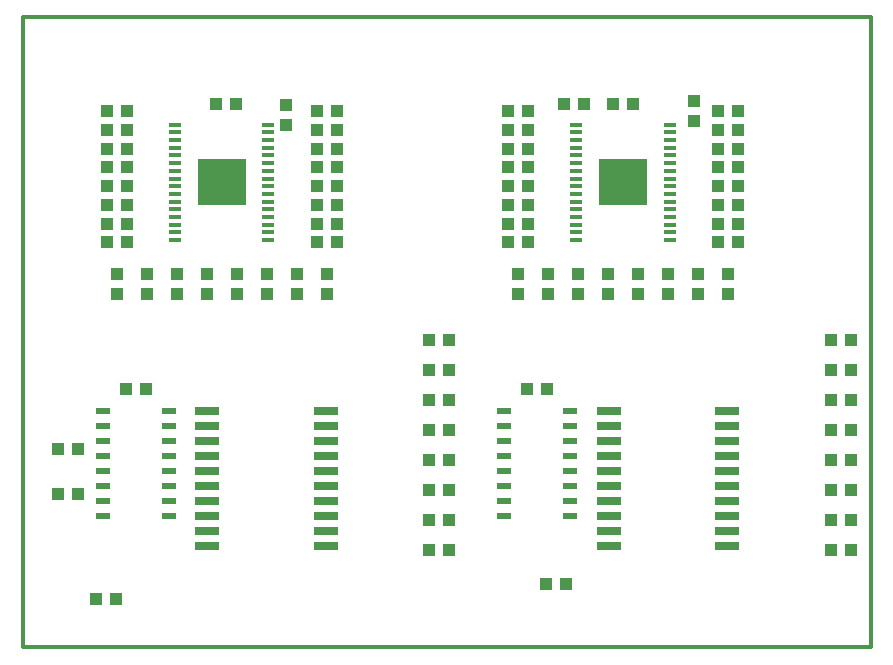
<source format=gtp>
G75*
%MOIN*%
%OFA0B0*%
%FSLAX24Y24*%
%IPPOS*%
%LPD*%
%AMOC8*
5,1,8,0,0,1.08239X$1,22.5*
%
%ADD10C,0.0120*%
%ADD11R,0.1614X0.1535*%
%ADD12R,0.0402X0.0126*%
%ADD13R,0.0390X0.0114*%
%ADD14R,0.0394X0.0433*%
%ADD15R,0.0433X0.0394*%
%ADD16R,0.0472X0.0236*%
%ADD17R,0.0800X0.0260*%
D10*
X006252Y000160D02*
X006252Y021160D01*
X034502Y021160D01*
X034502Y000160D01*
X006252Y000160D01*
D11*
X012877Y015660D03*
X026252Y015660D03*
D12*
X024697Y015532D03*
X024697Y015276D03*
X024697Y015020D03*
X024697Y014764D03*
X024697Y014508D03*
X024697Y014253D03*
X024697Y013997D03*
X024697Y013741D03*
X024697Y015788D03*
X024697Y016044D03*
X024697Y016300D03*
X024697Y016556D03*
X024697Y016812D03*
X024697Y017067D03*
X024697Y017323D03*
X024697Y017579D03*
X027807Y017579D03*
X027807Y017323D03*
X027807Y017067D03*
X027807Y016812D03*
X027807Y016556D03*
X027807Y016300D03*
X027807Y016044D03*
X027807Y015788D03*
X027807Y015532D03*
X027807Y015276D03*
X027807Y015020D03*
X027807Y014764D03*
X027807Y014508D03*
X027807Y014253D03*
X027807Y013997D03*
X027807Y013741D03*
X014432Y013741D03*
X014432Y013997D03*
X014432Y014253D03*
X014432Y014508D03*
X014432Y014764D03*
X014432Y015020D03*
X014432Y015276D03*
X014432Y015532D03*
X014432Y015788D03*
X014432Y016044D03*
X014432Y016300D03*
X014432Y016556D03*
X014432Y016812D03*
X014432Y017067D03*
X014432Y017323D03*
X014432Y017579D03*
X011322Y017579D03*
X011322Y017323D03*
X011322Y017067D03*
X011322Y016812D03*
X011322Y016556D03*
X011322Y016300D03*
X011322Y016044D03*
X011322Y015788D03*
X011322Y015532D03*
X011322Y015276D03*
X011322Y015020D03*
X011322Y014764D03*
X011322Y014508D03*
X011322Y014253D03*
X011322Y013997D03*
X011322Y013741D03*
D13*
X011322Y013741D03*
X011322Y013997D03*
X011322Y014253D03*
X011322Y014508D03*
X011322Y014764D03*
X011322Y015020D03*
X011322Y015276D03*
X011322Y015532D03*
X011322Y015788D03*
X011322Y016044D03*
X011322Y016300D03*
X011322Y016556D03*
X011322Y016812D03*
X011322Y017067D03*
X011322Y017323D03*
X011322Y017579D03*
X014432Y017579D03*
X014432Y017323D03*
X014432Y017067D03*
X014432Y016812D03*
X014432Y016556D03*
X014432Y016300D03*
X014432Y016044D03*
X014432Y015788D03*
X014432Y015532D03*
X014432Y015276D03*
X014432Y015020D03*
X014432Y014764D03*
X014432Y014508D03*
X014432Y014253D03*
X014432Y013997D03*
X014432Y013741D03*
X024697Y013741D03*
X024697Y013997D03*
X024697Y014253D03*
X024697Y014508D03*
X024697Y014764D03*
X024697Y015020D03*
X024697Y015276D03*
X024697Y015532D03*
X024697Y015788D03*
X024697Y016044D03*
X024697Y016300D03*
X024697Y016556D03*
X024697Y016812D03*
X024697Y017067D03*
X024697Y017323D03*
X024697Y017579D03*
X027807Y017579D03*
X027807Y017323D03*
X027807Y017067D03*
X027807Y016812D03*
X027807Y016556D03*
X027807Y016300D03*
X027807Y016044D03*
X027807Y015788D03*
X027807Y015532D03*
X027807Y015276D03*
X027807Y015020D03*
X027807Y014764D03*
X027807Y014508D03*
X027807Y014253D03*
X027807Y013997D03*
X027807Y013741D03*
D14*
X027752Y012620D03*
X028752Y012620D03*
X028752Y011950D03*
X027752Y011950D03*
X026752Y011950D03*
X026752Y012620D03*
X025752Y012620D03*
X025752Y011950D03*
X024752Y011950D03*
X024752Y012620D03*
X023752Y012620D03*
X023752Y011950D03*
X022752Y011950D03*
X022752Y012620D03*
X016377Y012620D03*
X016377Y011950D03*
X015377Y011950D03*
X015377Y012620D03*
X014377Y012620D03*
X014377Y011950D03*
X013377Y011950D03*
X013377Y012620D03*
X012377Y012620D03*
X012377Y011950D03*
X011377Y011950D03*
X011377Y012620D03*
X010377Y012620D03*
X009377Y012620D03*
X009377Y011950D03*
X010377Y011950D03*
X015002Y017575D03*
X015002Y018245D03*
X028627Y018370D03*
X028627Y017700D03*
X029752Y012620D03*
X029752Y011950D03*
D15*
X029418Y013660D03*
X029418Y014285D03*
X030087Y014285D03*
X030087Y013660D03*
X030087Y014910D03*
X029418Y014910D03*
X029418Y015535D03*
X030087Y015535D03*
X030087Y016160D03*
X029418Y016160D03*
X029418Y016785D03*
X030087Y016785D03*
X030087Y017410D03*
X029418Y017410D03*
X029418Y018035D03*
X030087Y018035D03*
X026587Y018285D03*
X025918Y018285D03*
X024962Y018285D03*
X024293Y018285D03*
X023087Y018035D03*
X022418Y018035D03*
X022418Y017410D03*
X023087Y017410D03*
X023087Y016785D03*
X022418Y016785D03*
X022418Y016160D03*
X023087Y016160D03*
X023087Y015535D03*
X022418Y015535D03*
X022418Y014910D03*
X023087Y014910D03*
X023087Y014285D03*
X023087Y013660D03*
X022418Y013660D03*
X022418Y014285D03*
X016712Y014285D03*
X016712Y013660D03*
X016043Y013660D03*
X016043Y014285D03*
X016043Y014910D03*
X016712Y014910D03*
X016712Y015535D03*
X016043Y015535D03*
X016043Y016160D03*
X016712Y016160D03*
X016712Y016785D03*
X016043Y016785D03*
X016043Y017410D03*
X016712Y017410D03*
X016712Y018035D03*
X016043Y018035D03*
X013337Y018285D03*
X012668Y018285D03*
X009712Y018035D03*
X009043Y018035D03*
X009043Y017410D03*
X009712Y017410D03*
X009712Y016785D03*
X009043Y016785D03*
X009043Y016160D03*
X009712Y016160D03*
X009712Y015535D03*
X009043Y015535D03*
X009043Y014910D03*
X009712Y014910D03*
X009712Y014285D03*
X009712Y013660D03*
X009043Y013660D03*
X009043Y014285D03*
X009668Y008785D03*
X010337Y008785D03*
X008087Y006785D03*
X007418Y006785D03*
X007418Y005285D03*
X008087Y005285D03*
X008668Y001785D03*
X009337Y001785D03*
X019793Y003410D03*
X020462Y003410D03*
X020462Y004410D03*
X019793Y004410D03*
X019793Y005410D03*
X020462Y005410D03*
X020462Y006410D03*
X019793Y006410D03*
X019793Y007410D03*
X020462Y007410D03*
X020462Y008410D03*
X019793Y008410D03*
X019793Y009410D03*
X020462Y009410D03*
X020462Y010410D03*
X019793Y010410D03*
X023043Y008785D03*
X023712Y008785D03*
X033168Y008410D03*
X033837Y008410D03*
X033837Y007410D03*
X033168Y007410D03*
X033168Y006410D03*
X033837Y006410D03*
X033837Y005410D03*
X033168Y005410D03*
X033168Y004410D03*
X033837Y004410D03*
X033837Y003410D03*
X033168Y003410D03*
X024337Y002285D03*
X023668Y002285D03*
X033168Y009410D03*
X033837Y009410D03*
X033837Y010410D03*
X033168Y010410D03*
D16*
X024480Y008035D03*
X024480Y007535D03*
X024480Y007035D03*
X024480Y006535D03*
X024480Y006035D03*
X024480Y005535D03*
X024480Y005035D03*
X024480Y004535D03*
X022275Y004535D03*
X022275Y005035D03*
X022275Y005535D03*
X022275Y006035D03*
X022275Y006535D03*
X022275Y007035D03*
X022275Y007535D03*
X022275Y008035D03*
X011105Y008035D03*
X011105Y007535D03*
X011105Y007035D03*
X011105Y006535D03*
X011105Y006035D03*
X011105Y005535D03*
X011105Y005035D03*
X011105Y004535D03*
X008900Y004535D03*
X008900Y005035D03*
X008900Y005535D03*
X008900Y006035D03*
X008900Y006535D03*
X008900Y007035D03*
X008900Y007535D03*
X008900Y008035D03*
D17*
X012397Y008035D03*
X012397Y007535D03*
X012397Y007035D03*
X012397Y006535D03*
X012397Y006035D03*
X012397Y005535D03*
X012397Y005035D03*
X012397Y004535D03*
X012397Y004035D03*
X012397Y003535D03*
X016357Y003535D03*
X016357Y004035D03*
X016357Y004535D03*
X016357Y005035D03*
X016357Y005535D03*
X016357Y006035D03*
X016357Y006535D03*
X016357Y007035D03*
X016357Y007535D03*
X016357Y008035D03*
X025772Y008035D03*
X025772Y007535D03*
X025772Y007035D03*
X025772Y006535D03*
X025772Y006035D03*
X025772Y005535D03*
X025772Y005035D03*
X025772Y004535D03*
X025772Y004035D03*
X025772Y003535D03*
X029732Y003535D03*
X029732Y004035D03*
X029732Y004535D03*
X029732Y005035D03*
X029732Y005535D03*
X029732Y006035D03*
X029732Y006535D03*
X029732Y007035D03*
X029732Y007535D03*
X029732Y008035D03*
M02*

</source>
